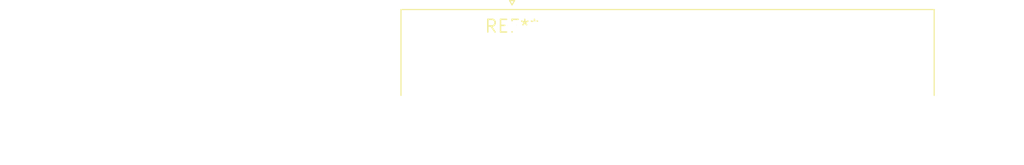
<source format=kicad_pcb>
(kicad_pcb (version 20240108) (generator pcbnew)
  (layers (0 "F.Cu" signal) (31 "B.Cu" signal) (34 "B.Paste" user) (35 "F.Paste" user) (36 "B.SilkS" user "B.Silkscreen") (37 "F.SilkS" user "F.Silkscreen") (38 "B.Mask" user) (39 "F.Mask" user) (44 "Edge.Cuts" user))
  (net 0 "")
  (footprint "DSUB-44-HD_Male_Horizontal_P2.29x1.98mm_EdgePinOffset3.03mm_Housed_MountingHolesOffset4.94mm" (layer "F.Cu") (at 0 0)
    (property "Reference" "REF**")
    (property "Value" "DSUB-44-HD_Male_Horizontal_P2.29x1.98mm_EdgePinOffset3.03mm_Housed_MountingHolesOffset4.94mm")
    (fp_line (start -11.085 -1.67) (end 42.135 -1.67) (layer "F.SilkS") (stroke (width 0.12)))
    (fp_line (start -11.085 6.93) (end -11.085 -1.67) (layer "F.SilkS") (stroke (width 0.12)))
    (fp_line (start -0.25 -2.564338) (end 0.25 -2.564338) (layer "F.SilkS") (stroke (width 0.12)))
    (fp_line (start 0 -2.131325) (end -0.25 -2.564338) (layer "F.SilkS") (stroke (width 0.12)))
    (fp_line (start 0.25 -2.564338) (end 0 -2.131325) (layer "F.SilkS") (stroke (width 0.12)))
    (fp_line (start 42.135 -1.67) (end 42.135 6.93) (layer "F.SilkS") (stroke (width 0.12)))
    (pad "0" thru_hole circle (at -8.025 2.05) (size 4 4) (drill 3.2) (layers *.Cu *.Mask) (remove_unused_layers))
    (pad "0" thru_hole circle (at 39.075 2.05) (size 4 4) (drill 3.2) (layers *.Cu *.Mask) (remove_unused_layers))
    (pad "1" thru_hole rect (at 0 0) (size 1.6 1.6) (drill 1) (layers *.Cu *.Mask) (remove_unused_layers))
    (pad "2" thru_hole circle (at 2.29 0) (size 1.6 1.6) (drill 1) (layers *.Cu *.Mask) (remove_unused_layers))
    (pad "3" thru_hole circle (at 4.58 0) (size 1.6 1.6) (drill 1) (layers *.Cu *.Mask) (remove_unused_layers))
    (pad "4" thru_hole circle (at 6.87 0) (size 1.6 1.6) (drill 1) (layers *.Cu *.Mask) (remove_unused_layers))
    (pad "5" thru_hole circle (at 9.16 0) (size 1.6 1.6) (drill 1) (layers *.Cu *.Mask) (remove_unused_layers))
    (pad "6" thru_hole circle (at 11.45 0) (size 1.6 1.6) (drill 1) (layers *.Cu *.Mask) (remove_unused_layers))
    (pad "7" thru_hole circle (at 13.74 0) (size 1.6 1.6) (drill 1) (layers *.Cu *.Mask) (remove_unused_layers))
    (pad "8" thru_hole circle (at 16.03 0) (size 1.6 1.6) (drill 1) (layers *.Cu *.Mask) (remove_unused_layers))
    (pad "9" thru_hole circle (at 18.32 0) (size 1.6 1.6) (drill 1) (layers *.Cu *.Mask) (remove_unused_layers))
    (pad "10" thru_hole circle (at 20.61 0) (size 1.6 1.6) (drill 1) (layers *.Cu *.Mask) (remove_unused_layers))
    (pad "11" thru_hole circle (at 22.9 0) (size 1.6 1.6) (drill 1) (layers *.Cu *.Mask) (remove_unused_layers))
    (pad "12" thru_hole circle (at 25.19 0) (size 1.6 1.6) (drill 1) (layers *.Cu *.Mask) (remove_unused_layers))
    (pad "13" thru_hole circle (at 27.48 0) (size 1.6 1.6) (drill 1) (layers *.Cu *.Mask) (remove_unused_layers))
    (pad "14" thru_hole circle (at 29.77 0) (size 1.6 1.6) (drill 1) (layers *.Cu *.Mask) (remove_unused_layers))
    (pad "15" thru_hole circle (at 32.06 0) (size 1.6 1.6) (drill 1) (layers *.Cu *.Mask) (remove_unused_layers))
    (pad "16" thru_hole circle (at -1.145 1.98) (size 1.6 1.6) (drill 1) (layers *.Cu *.Mask) (remove_unused_layers))
    (pad "17" thru_hole circle (at 1.145 1.98) (size 1.6 1.6) (drill 1) (layers *.Cu *.Mask) (remove_unused_layers))
    (pad "18" thru_hole circle (at 3.435 1.98) (size 1.6 1.6) (drill 1) (layers *.Cu *.Mask) (remove_unused_layers))
    (pad "19" thru_hole circle (at 5.725 1.98) (size 1.6 1.6) (drill 1) (layers *.Cu *.Mask) (remove_unused_layers))
    (pad "20" thru_hole circle (at 8.015 1.98) (size 1.6 1.6) (drill 1) (layers *.Cu *.Mask) (remove_unused_layers))
    (pad "21" thru_hole circle (at 10.305 1.98) (size 1.6 1.6) (drill 1) (layers *.Cu *.Mask) (remove_unused_layers))
    (pad "22" thru_hole circle (at 12.595 1.98) (size 1.6 1.6) (drill 1) (layers *.Cu *.Mask) (remove_unused_layers))
    (pad "23" thru_hole circle (at 14.885 1.98) (size 1.6 1.6) (drill 1) (layers *.Cu *.Mask) (remove_unused_layers))
    (pad "24" thru_hole circle (at 17.175 1.98) (size 1.6 1.6) (drill 1) (layers *.Cu *.Mask) (remove_unused_layers))
    (pad "25" thru_hole circle (at 19.465 1.98) (size 1.6 1.6) (drill 1) (layers *.Cu *.Mask) (remove_unused_layers))
    (pad "26" thru_hole circle (at 21.755 1.98) (size 1.6 1.6) (drill 1) (layers *.Cu *.Mask) (remove_unused_layers))
    (pad "27" thru_hole circle (at 24.045 1.98) (size 1.6 1.6) (drill 1) (layers *.Cu *.Mask) (remove_unused_layers))
    (pad "28" thru_hole circle (at 26.335 1.98) (size 1.6 1.6) (drill 1) (layers *.Cu *.Mask) (remove_unused_layers))
    (pad "29" thru_hole circle (at 28.625 1.98) (size 1.6 1.6) (drill 1) (layers *.Cu *.Mask) (remove_unused_layers))
    (pad "30" thru_hole circle (at 30.915 1.98) (size 1.6 1.6) (drill 1) (layers *.Cu *.Mask) (remove_unused_layers))
    (pad "31" thru_hole circle (at 0 3.96) (size 1.6 1.6) (drill 1) (layers *.Cu *.Mask) (remove_unused_layers))
    (pad "32" thru_hole circle (at 2.29 3.96) (size 1.6 1.6) (drill 1) (layers *.Cu *.Mask) (remove_unused_layers))
    (pad "33" thru_hole circle (at 4.58 3.96) (size 1.6 1.6) (drill 1) (layers *.Cu *.Mask) (remove_unused_layers))
    (pad "34" thru_hole circle (at 6.87 3.96) (size 1.6 1.6) (drill 1) (layers *.Cu *.Mask) (remove_unused_layers))
    (pad "35" thru_hole circle (at 9.16 3.96) (size 1.6 1.6) (drill 1) (layers *.Cu *.Mask) (remove_unused_layers))
    (pad "36" thru_hole circle (at 11.45 3.96) (size 1.6 1.6) (drill 1) (layers *.Cu *.Mask) (remove_unused_layers))
    (pad "37" thru_hole circle (at 13.74 3.96) (size 1.6 1.6) (drill 1) (layers *.Cu *.Mask) (remove_unused_layers))
    (pad "38" thru_hole circle (at 16.03 3.96) (size 1.6 1.6) (drill 1) (layers *.Cu *.Mask) (remove_unused_layers))
    (pad "39" thru_hole circle (at 18.32 3.96) (size 1.6 1.6) (drill 1) (layers *.Cu *.Mask) (remove_unused_layers))
    (pad "40" thru_hole circle (at 20.61 3.96) (size 1.6 1.6) (drill 1) (layers *.Cu *.Mask) (remove_unused_layers))
    (pad "41" thru_hole circle (at 22.9 3.96) (size 1.6 1.6) (drill 1) (layers *.Cu *.Mask) (remove_unused_layers))
    (pad "42" thru_hole circle (at 25.19 3.96) (size 1.6 1.6) (drill 1) (layers *.Cu *.Mask) (remove_unused_layers))
    (pad "43" thru_hole circle (at 27.48 3.96) (size 1.6 1.6) (drill 1) (layers *.Cu *.Mask) (remove_unused_layers))
    (pad "44" thru_hole circle (at 29.77 3.96) (size 1.6 1.6) (drill 1) (layers *.Cu *.Mask) (remove_unused_layers))
  )
)
</source>
